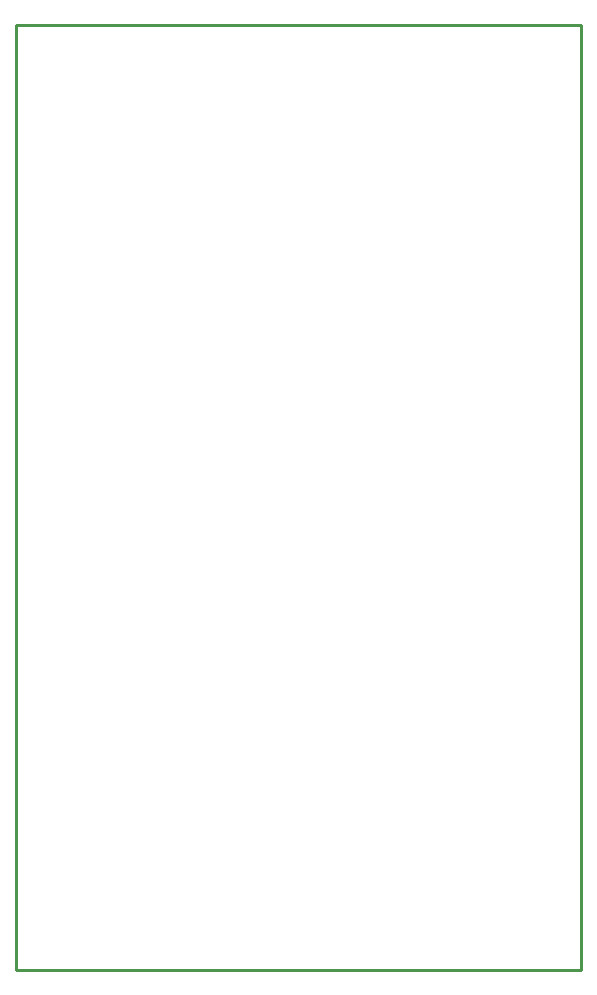
<source format=gko>
G04 Layer_Color=16720538*
%FSAX24Y24*%
%MOIN*%
G70*
G01*
G75*
%ADD28C,0.0100*%
D28*
X020472Y010000D02*
X039331D01*
X020472Y041496D02*
X039331D01*
X020472Y010000D02*
Y041496D01*
X035984Y010000D02*
X039331D01*
Y041496D01*
M02*

</source>
